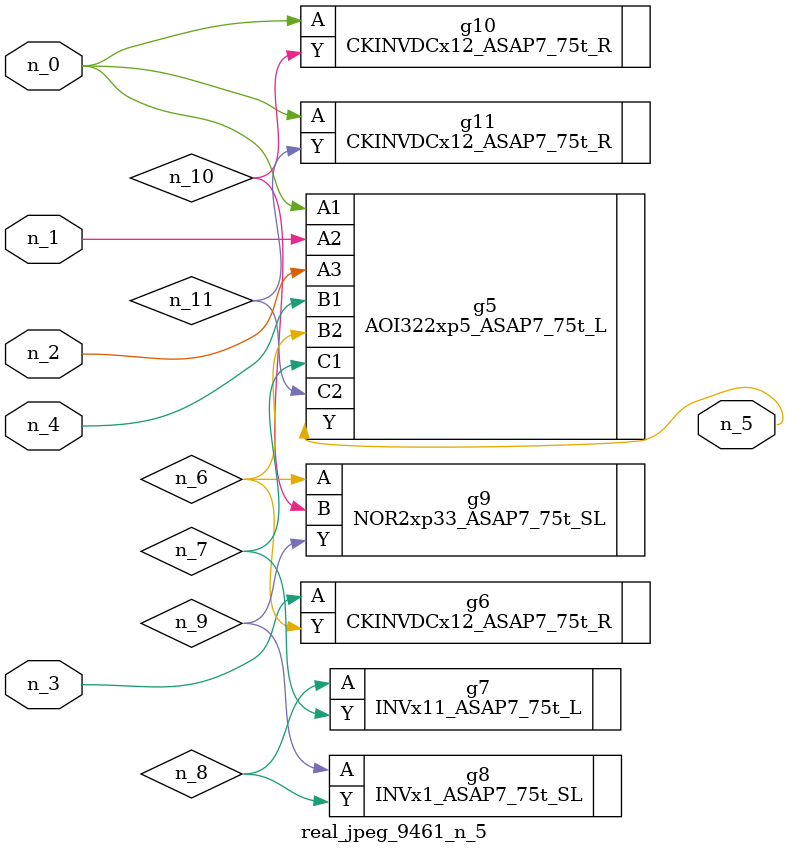
<source format=v>
module real_jpeg_9461_n_5 (n_4, n_0, n_1, n_2, n_3, n_5);

input n_4;
input n_0;
input n_1;
input n_2;
input n_3;

output n_5;

wire n_8;
wire n_11;
wire n_6;
wire n_7;
wire n_10;
wire n_9;

AOI322xp5_ASAP7_75t_L g5 ( 
.A1(n_0),
.A2(n_1),
.A3(n_2),
.B1(n_4),
.B2(n_6),
.C1(n_7),
.C2(n_11),
.Y(n_5)
);

CKINVDCx12_ASAP7_75t_R g10 ( 
.A(n_0),
.Y(n_10)
);

CKINVDCx12_ASAP7_75t_R g11 ( 
.A(n_0),
.Y(n_11)
);

CKINVDCx12_ASAP7_75t_R g6 ( 
.A(n_3),
.Y(n_6)
);

NOR2xp33_ASAP7_75t_SL g9 ( 
.A(n_6),
.B(n_10),
.Y(n_9)
);

INVx11_ASAP7_75t_L g7 ( 
.A(n_8),
.Y(n_7)
);

INVx1_ASAP7_75t_SL g8 ( 
.A(n_9),
.Y(n_8)
);


endmodule
</source>
